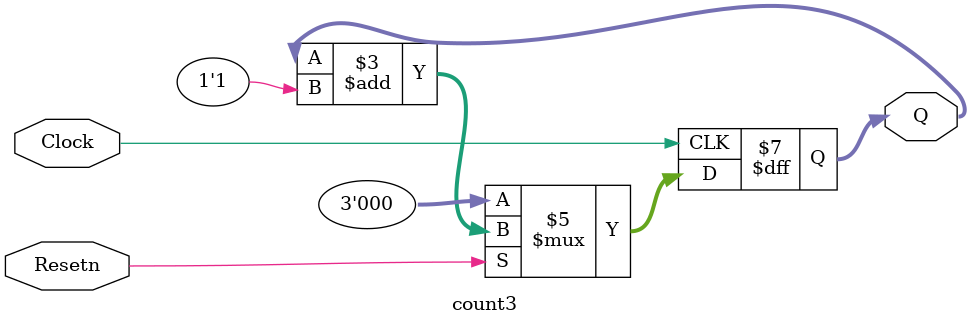
<source format=sv>

`default_nettype none

// Reset with SW[0]. Clock counter and memory with KEY[0]
// Each clock cycle reads a character from memory and shows it on the HEX displays
module display (CLOCK_50, KEY, HEX0, LEDR);
    input logic CLOCK_50;
    input logic [0:0] KEY;
    output logic [6:0] HEX0;
    output logic [9:0] LEDR;

    parameter A = 8'd65, b = 8'd98, C = 8'd67, d = 8'd100, E = 8'd69,
              F = 8'd70, g = 8'd103, h = 8'd104;

    logic [2:0] count;
    logic [7:0] char;
    logic Clock, Resetn;
    assign Clock = CLOCK_50;
    assign Resetn = KEY;

    count3 U1 (Clock, Resetn, count);
    inst_mem U2 ({2'b0, count}, Clock, char);
    assign LEDR = {2'b0, char};
    
    always_comb
        case (char)
            A: HEX0 = 7'b0001000;
            b: HEX0 = 7'b0000011;
            C: HEX0 = 7'b1000110;
            d: HEX0 = 7'b0100001;
            E: HEX0 = 7'b0000110;
            F: HEX0 = 7'b0001110;
            g: HEX0 = 7'b0010000;
            h: HEX0 = 7'b0001011;
            default HEX0 = 7'b1111111;
        endcase
endmodule

module count3 (Clock, Resetn, Q);
    input logic Clock;
    input logic Resetn;
    output logic [2:0] Q;

    always_ff @(posedge Clock)
        if (Resetn == 0)
            Q <= 3'b000;
        else
            Q <= Q + 1'b1;
endmodule

</source>
